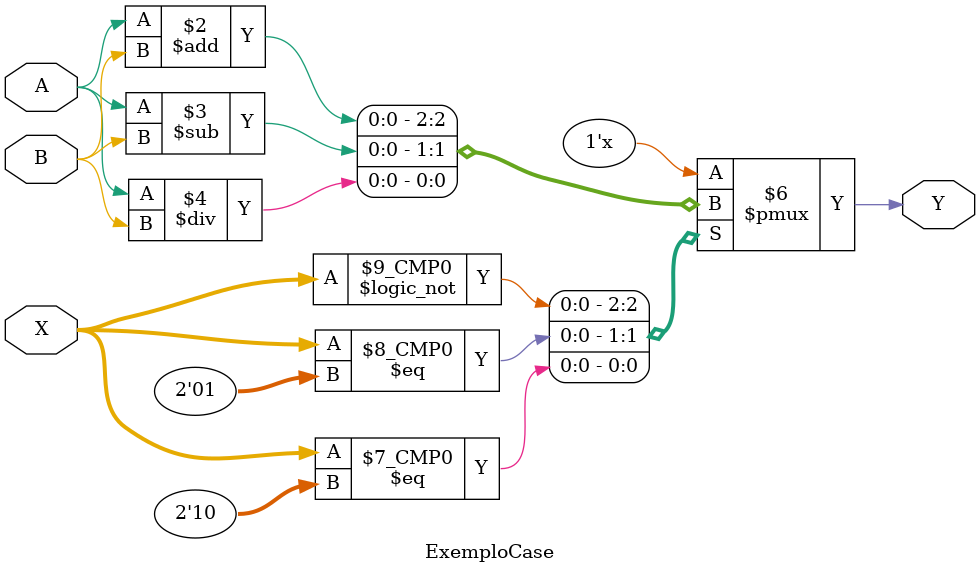
<source format=sv>
module ExemploCase (A, B, X, Y);

	input A,B;
	input [1:0] X;
	output Y;

	logic [1:0] X;
	logic Y;

	always @(*) begin
		case (X)
			2'b00: Y = A + B;
			2'b01: Y = A - B;
			2'b10: Y = A / B;
		endcase
	end

endmodule

</source>
